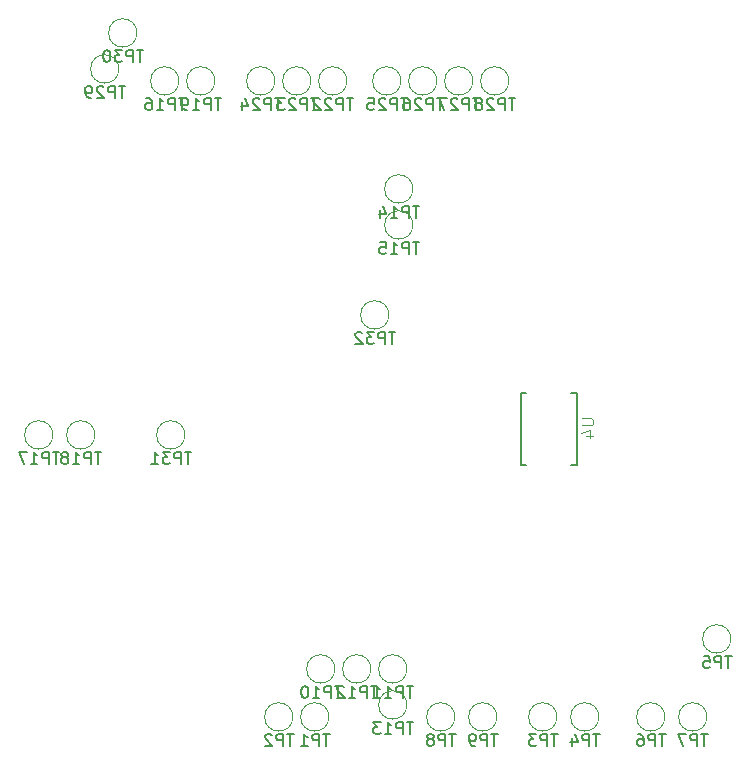
<source format=gbr>
%TF.GenerationSoftware,KiCad,Pcbnew,(5.1.8-0-10_14)*%
%TF.CreationDate,2020-12-22T15:13:40+01:00*%
%TF.ProjectId,sucker-one-mainboard,7375636b-6572-42d6-9f6e-652d6d61696e,rev?*%
%TF.SameCoordinates,Original*%
%TF.FileFunction,Legend,Bot*%
%TF.FilePolarity,Positive*%
%FSLAX46Y46*%
G04 Gerber Fmt 4.6, Leading zero omitted, Abs format (unit mm)*
G04 Created by KiCad (PCBNEW (5.1.8-0-10_14)) date 2020-12-22 15:13:40*
%MOMM*%
%LPD*%
G01*
G04 APERTURE LIST*
%ADD10C,0.120000*%
%ADD11C,0.127000*%
%ADD12C,0.150000*%
%ADD13C,0.015000*%
G04 APERTURE END LIST*
D10*
%TO.C,TP1*%
X94164000Y-110744000D02*
G75*
G03*
X94164000Y-110744000I-1200000J0D01*
G01*
%TO.C,TP2*%
X91116000Y-110744000D02*
G75*
G03*
X91116000Y-110744000I-1200000J0D01*
G01*
%TO.C,TP3*%
X113468000Y-110744000D02*
G75*
G03*
X113468000Y-110744000I-1200000J0D01*
G01*
%TO.C,TP4*%
X117024000Y-110744000D02*
G75*
G03*
X117024000Y-110744000I-1200000J0D01*
G01*
%TO.C,TP5*%
X128200000Y-104140000D02*
G75*
G03*
X128200000Y-104140000I-1200000J0D01*
G01*
%TO.C,TP6*%
X122612000Y-110744000D02*
G75*
G03*
X122612000Y-110744000I-1200000J0D01*
G01*
%TO.C,TP7*%
X126168000Y-110744000D02*
G75*
G03*
X126168000Y-110744000I-1200000J0D01*
G01*
%TO.C,TP8*%
X104832000Y-110744000D02*
G75*
G03*
X104832000Y-110744000I-1200000J0D01*
G01*
%TO.C,TP9*%
X108388000Y-110744000D02*
G75*
G03*
X108388000Y-110744000I-1200000J0D01*
G01*
%TO.C,TP10*%
X94672000Y-106680000D02*
G75*
G03*
X94672000Y-106680000I-1200000J0D01*
G01*
%TO.C,TP11*%
X100768000Y-106680000D02*
G75*
G03*
X100768000Y-106680000I-1200000J0D01*
G01*
%TO.C,TP12*%
X97720000Y-106680000D02*
G75*
G03*
X97720000Y-106680000I-1200000J0D01*
G01*
%TO.C,TP13*%
X100768000Y-109728000D02*
G75*
G03*
X100768000Y-109728000I-1200000J0D01*
G01*
%TO.C,TP14*%
X101276000Y-66040000D02*
G75*
G03*
X101276000Y-66040000I-1200000J0D01*
G01*
%TO.C,TP15*%
X101276000Y-69088000D02*
G75*
G03*
X101276000Y-69088000I-1200000J0D01*
G01*
%TO.C,TP16*%
X81464000Y-56896000D02*
G75*
G03*
X81464000Y-56896000I-1200000J0D01*
G01*
%TO.C,TP17*%
X70796000Y-86868000D02*
G75*
G03*
X70796000Y-86868000I-1200000J0D01*
G01*
%TO.C,TP18*%
X74352000Y-86868000D02*
G75*
G03*
X74352000Y-86868000I-1200000J0D01*
G01*
%TO.C,TP19*%
X84512000Y-56896000D02*
G75*
G03*
X84512000Y-56896000I-1200000J0D01*
G01*
%TO.C,TP22*%
X95688000Y-56896000D02*
G75*
G03*
X95688000Y-56896000I-1200000J0D01*
G01*
%TO.C,TP23*%
X92640000Y-56896000D02*
G75*
G03*
X92640000Y-56896000I-1200000J0D01*
G01*
%TO.C,TP24*%
X89592000Y-56896000D02*
G75*
G03*
X89592000Y-56896000I-1200000J0D01*
G01*
%TO.C,TP25*%
X100260000Y-56896000D02*
G75*
G03*
X100260000Y-56896000I-1200000J0D01*
G01*
%TO.C,TP26*%
X103308000Y-56896000D02*
G75*
G03*
X103308000Y-56896000I-1200000J0D01*
G01*
%TO.C,TP27*%
X106356000Y-56896000D02*
G75*
G03*
X106356000Y-56896000I-1200000J0D01*
G01*
%TO.C,TP28*%
X109404000Y-56896000D02*
G75*
G03*
X109404000Y-56896000I-1200000J0D01*
G01*
%TO.C,TP29*%
X76384000Y-55880000D02*
G75*
G03*
X76384000Y-55880000I-1200000J0D01*
G01*
%TO.C,TP30*%
X77908000Y-52832000D02*
G75*
G03*
X77908000Y-52832000I-1200000J0D01*
G01*
%TO.C,TP31*%
X81972000Y-86868000D02*
G75*
G03*
X81972000Y-86868000I-1200000J0D01*
G01*
%TO.C,TP32*%
X99244000Y-76708000D02*
G75*
G03*
X99244000Y-76708000I-1200000J0D01*
G01*
D11*
%TO.C,U4*%
X110401000Y-83285000D02*
X110876000Y-83285000D01*
X110401000Y-89435000D02*
X110401000Y-83285000D01*
X110876000Y-89435000D02*
X110401000Y-89435000D01*
X115151000Y-83285000D02*
X114676000Y-83285000D01*
X115151000Y-89435000D02*
X115151000Y-83285000D01*
X114676000Y-89435000D02*
X115151000Y-89435000D01*
%TO.C,TP1*%
D12*
X94225904Y-112194380D02*
X93654476Y-112194380D01*
X93940190Y-113194380D02*
X93940190Y-112194380D01*
X93321142Y-113194380D02*
X93321142Y-112194380D01*
X92940190Y-112194380D01*
X92844952Y-112242000D01*
X92797333Y-112289619D01*
X92749714Y-112384857D01*
X92749714Y-112527714D01*
X92797333Y-112622952D01*
X92844952Y-112670571D01*
X92940190Y-112718190D01*
X93321142Y-112718190D01*
X91797333Y-113194380D02*
X92368761Y-113194380D01*
X92083047Y-113194380D02*
X92083047Y-112194380D01*
X92178285Y-112337238D01*
X92273523Y-112432476D01*
X92368761Y-112480095D01*
%TO.C,TP2*%
X91177904Y-112194380D02*
X90606476Y-112194380D01*
X90892190Y-113194380D02*
X90892190Y-112194380D01*
X90273142Y-113194380D02*
X90273142Y-112194380D01*
X89892190Y-112194380D01*
X89796952Y-112242000D01*
X89749333Y-112289619D01*
X89701714Y-112384857D01*
X89701714Y-112527714D01*
X89749333Y-112622952D01*
X89796952Y-112670571D01*
X89892190Y-112718190D01*
X90273142Y-112718190D01*
X89320761Y-112289619D02*
X89273142Y-112242000D01*
X89177904Y-112194380D01*
X88939809Y-112194380D01*
X88844571Y-112242000D01*
X88796952Y-112289619D01*
X88749333Y-112384857D01*
X88749333Y-112480095D01*
X88796952Y-112622952D01*
X89368380Y-113194380D01*
X88749333Y-113194380D01*
%TO.C,TP3*%
X113529904Y-112194380D02*
X112958476Y-112194380D01*
X113244190Y-113194380D02*
X113244190Y-112194380D01*
X112625142Y-113194380D02*
X112625142Y-112194380D01*
X112244190Y-112194380D01*
X112148952Y-112242000D01*
X112101333Y-112289619D01*
X112053714Y-112384857D01*
X112053714Y-112527714D01*
X112101333Y-112622952D01*
X112148952Y-112670571D01*
X112244190Y-112718190D01*
X112625142Y-112718190D01*
X111720380Y-112194380D02*
X111101333Y-112194380D01*
X111434666Y-112575333D01*
X111291809Y-112575333D01*
X111196571Y-112622952D01*
X111148952Y-112670571D01*
X111101333Y-112765809D01*
X111101333Y-113003904D01*
X111148952Y-113099142D01*
X111196571Y-113146761D01*
X111291809Y-113194380D01*
X111577523Y-113194380D01*
X111672761Y-113146761D01*
X111720380Y-113099142D01*
%TO.C,TP4*%
X117085904Y-112194380D02*
X116514476Y-112194380D01*
X116800190Y-113194380D02*
X116800190Y-112194380D01*
X116181142Y-113194380D02*
X116181142Y-112194380D01*
X115800190Y-112194380D01*
X115704952Y-112242000D01*
X115657333Y-112289619D01*
X115609714Y-112384857D01*
X115609714Y-112527714D01*
X115657333Y-112622952D01*
X115704952Y-112670571D01*
X115800190Y-112718190D01*
X116181142Y-112718190D01*
X114752571Y-112527714D02*
X114752571Y-113194380D01*
X114990666Y-112146761D02*
X115228761Y-112861047D01*
X114609714Y-112861047D01*
%TO.C,TP5*%
X128261904Y-105590380D02*
X127690476Y-105590380D01*
X127976190Y-106590380D02*
X127976190Y-105590380D01*
X127357142Y-106590380D02*
X127357142Y-105590380D01*
X126976190Y-105590380D01*
X126880952Y-105638000D01*
X126833333Y-105685619D01*
X126785714Y-105780857D01*
X126785714Y-105923714D01*
X126833333Y-106018952D01*
X126880952Y-106066571D01*
X126976190Y-106114190D01*
X127357142Y-106114190D01*
X125880952Y-105590380D02*
X126357142Y-105590380D01*
X126404761Y-106066571D01*
X126357142Y-106018952D01*
X126261904Y-105971333D01*
X126023809Y-105971333D01*
X125928571Y-106018952D01*
X125880952Y-106066571D01*
X125833333Y-106161809D01*
X125833333Y-106399904D01*
X125880952Y-106495142D01*
X125928571Y-106542761D01*
X126023809Y-106590380D01*
X126261904Y-106590380D01*
X126357142Y-106542761D01*
X126404761Y-106495142D01*
%TO.C,TP6*%
X122673904Y-112194380D02*
X122102476Y-112194380D01*
X122388190Y-113194380D02*
X122388190Y-112194380D01*
X121769142Y-113194380D02*
X121769142Y-112194380D01*
X121388190Y-112194380D01*
X121292952Y-112242000D01*
X121245333Y-112289619D01*
X121197714Y-112384857D01*
X121197714Y-112527714D01*
X121245333Y-112622952D01*
X121292952Y-112670571D01*
X121388190Y-112718190D01*
X121769142Y-112718190D01*
X120340571Y-112194380D02*
X120531047Y-112194380D01*
X120626285Y-112242000D01*
X120673904Y-112289619D01*
X120769142Y-112432476D01*
X120816761Y-112622952D01*
X120816761Y-113003904D01*
X120769142Y-113099142D01*
X120721523Y-113146761D01*
X120626285Y-113194380D01*
X120435809Y-113194380D01*
X120340571Y-113146761D01*
X120292952Y-113099142D01*
X120245333Y-113003904D01*
X120245333Y-112765809D01*
X120292952Y-112670571D01*
X120340571Y-112622952D01*
X120435809Y-112575333D01*
X120626285Y-112575333D01*
X120721523Y-112622952D01*
X120769142Y-112670571D01*
X120816761Y-112765809D01*
%TO.C,TP7*%
X126229904Y-112194380D02*
X125658476Y-112194380D01*
X125944190Y-113194380D02*
X125944190Y-112194380D01*
X125325142Y-113194380D02*
X125325142Y-112194380D01*
X124944190Y-112194380D01*
X124848952Y-112242000D01*
X124801333Y-112289619D01*
X124753714Y-112384857D01*
X124753714Y-112527714D01*
X124801333Y-112622952D01*
X124848952Y-112670571D01*
X124944190Y-112718190D01*
X125325142Y-112718190D01*
X124420380Y-112194380D02*
X123753714Y-112194380D01*
X124182285Y-113194380D01*
%TO.C,TP8*%
X104893904Y-112194380D02*
X104322476Y-112194380D01*
X104608190Y-113194380D02*
X104608190Y-112194380D01*
X103989142Y-113194380D02*
X103989142Y-112194380D01*
X103608190Y-112194380D01*
X103512952Y-112242000D01*
X103465333Y-112289619D01*
X103417714Y-112384857D01*
X103417714Y-112527714D01*
X103465333Y-112622952D01*
X103512952Y-112670571D01*
X103608190Y-112718190D01*
X103989142Y-112718190D01*
X102846285Y-112622952D02*
X102941523Y-112575333D01*
X102989142Y-112527714D01*
X103036761Y-112432476D01*
X103036761Y-112384857D01*
X102989142Y-112289619D01*
X102941523Y-112242000D01*
X102846285Y-112194380D01*
X102655809Y-112194380D01*
X102560571Y-112242000D01*
X102512952Y-112289619D01*
X102465333Y-112384857D01*
X102465333Y-112432476D01*
X102512952Y-112527714D01*
X102560571Y-112575333D01*
X102655809Y-112622952D01*
X102846285Y-112622952D01*
X102941523Y-112670571D01*
X102989142Y-112718190D01*
X103036761Y-112813428D01*
X103036761Y-113003904D01*
X102989142Y-113099142D01*
X102941523Y-113146761D01*
X102846285Y-113194380D01*
X102655809Y-113194380D01*
X102560571Y-113146761D01*
X102512952Y-113099142D01*
X102465333Y-113003904D01*
X102465333Y-112813428D01*
X102512952Y-112718190D01*
X102560571Y-112670571D01*
X102655809Y-112622952D01*
%TO.C,TP9*%
X108449904Y-112194380D02*
X107878476Y-112194380D01*
X108164190Y-113194380D02*
X108164190Y-112194380D01*
X107545142Y-113194380D02*
X107545142Y-112194380D01*
X107164190Y-112194380D01*
X107068952Y-112242000D01*
X107021333Y-112289619D01*
X106973714Y-112384857D01*
X106973714Y-112527714D01*
X107021333Y-112622952D01*
X107068952Y-112670571D01*
X107164190Y-112718190D01*
X107545142Y-112718190D01*
X106497523Y-113194380D02*
X106307047Y-113194380D01*
X106211809Y-113146761D01*
X106164190Y-113099142D01*
X106068952Y-112956285D01*
X106021333Y-112765809D01*
X106021333Y-112384857D01*
X106068952Y-112289619D01*
X106116571Y-112242000D01*
X106211809Y-112194380D01*
X106402285Y-112194380D01*
X106497523Y-112242000D01*
X106545142Y-112289619D01*
X106592761Y-112384857D01*
X106592761Y-112622952D01*
X106545142Y-112718190D01*
X106497523Y-112765809D01*
X106402285Y-112813428D01*
X106211809Y-112813428D01*
X106116571Y-112765809D01*
X106068952Y-112718190D01*
X106021333Y-112622952D01*
%TO.C,TP10*%
X95210095Y-108130380D02*
X94638666Y-108130380D01*
X94924380Y-109130380D02*
X94924380Y-108130380D01*
X94305333Y-109130380D02*
X94305333Y-108130380D01*
X93924380Y-108130380D01*
X93829142Y-108178000D01*
X93781523Y-108225619D01*
X93733904Y-108320857D01*
X93733904Y-108463714D01*
X93781523Y-108558952D01*
X93829142Y-108606571D01*
X93924380Y-108654190D01*
X94305333Y-108654190D01*
X92781523Y-109130380D02*
X93352952Y-109130380D01*
X93067238Y-109130380D02*
X93067238Y-108130380D01*
X93162476Y-108273238D01*
X93257714Y-108368476D01*
X93352952Y-108416095D01*
X92162476Y-108130380D02*
X92067238Y-108130380D01*
X91972000Y-108178000D01*
X91924380Y-108225619D01*
X91876761Y-108320857D01*
X91829142Y-108511333D01*
X91829142Y-108749428D01*
X91876761Y-108939904D01*
X91924380Y-109035142D01*
X91972000Y-109082761D01*
X92067238Y-109130380D01*
X92162476Y-109130380D01*
X92257714Y-109082761D01*
X92305333Y-109035142D01*
X92352952Y-108939904D01*
X92400571Y-108749428D01*
X92400571Y-108511333D01*
X92352952Y-108320857D01*
X92305333Y-108225619D01*
X92257714Y-108178000D01*
X92162476Y-108130380D01*
%TO.C,TP11*%
X101306095Y-108130380D02*
X100734666Y-108130380D01*
X101020380Y-109130380D02*
X101020380Y-108130380D01*
X100401333Y-109130380D02*
X100401333Y-108130380D01*
X100020380Y-108130380D01*
X99925142Y-108178000D01*
X99877523Y-108225619D01*
X99829904Y-108320857D01*
X99829904Y-108463714D01*
X99877523Y-108558952D01*
X99925142Y-108606571D01*
X100020380Y-108654190D01*
X100401333Y-108654190D01*
X98877523Y-109130380D02*
X99448952Y-109130380D01*
X99163238Y-109130380D02*
X99163238Y-108130380D01*
X99258476Y-108273238D01*
X99353714Y-108368476D01*
X99448952Y-108416095D01*
X97925142Y-109130380D02*
X98496571Y-109130380D01*
X98210857Y-109130380D02*
X98210857Y-108130380D01*
X98306095Y-108273238D01*
X98401333Y-108368476D01*
X98496571Y-108416095D01*
%TO.C,TP12*%
X98258095Y-108130380D02*
X97686666Y-108130380D01*
X97972380Y-109130380D02*
X97972380Y-108130380D01*
X97353333Y-109130380D02*
X97353333Y-108130380D01*
X96972380Y-108130380D01*
X96877142Y-108178000D01*
X96829523Y-108225619D01*
X96781904Y-108320857D01*
X96781904Y-108463714D01*
X96829523Y-108558952D01*
X96877142Y-108606571D01*
X96972380Y-108654190D01*
X97353333Y-108654190D01*
X95829523Y-109130380D02*
X96400952Y-109130380D01*
X96115238Y-109130380D02*
X96115238Y-108130380D01*
X96210476Y-108273238D01*
X96305714Y-108368476D01*
X96400952Y-108416095D01*
X95448571Y-108225619D02*
X95400952Y-108178000D01*
X95305714Y-108130380D01*
X95067619Y-108130380D01*
X94972380Y-108178000D01*
X94924761Y-108225619D01*
X94877142Y-108320857D01*
X94877142Y-108416095D01*
X94924761Y-108558952D01*
X95496190Y-109130380D01*
X94877142Y-109130380D01*
%TO.C,TP13*%
X101306095Y-111178380D02*
X100734666Y-111178380D01*
X101020380Y-112178380D02*
X101020380Y-111178380D01*
X100401333Y-112178380D02*
X100401333Y-111178380D01*
X100020380Y-111178380D01*
X99925142Y-111226000D01*
X99877523Y-111273619D01*
X99829904Y-111368857D01*
X99829904Y-111511714D01*
X99877523Y-111606952D01*
X99925142Y-111654571D01*
X100020380Y-111702190D01*
X100401333Y-111702190D01*
X98877523Y-112178380D02*
X99448952Y-112178380D01*
X99163238Y-112178380D02*
X99163238Y-111178380D01*
X99258476Y-111321238D01*
X99353714Y-111416476D01*
X99448952Y-111464095D01*
X98544190Y-111178380D02*
X97925142Y-111178380D01*
X98258476Y-111559333D01*
X98115619Y-111559333D01*
X98020380Y-111606952D01*
X97972761Y-111654571D01*
X97925142Y-111749809D01*
X97925142Y-111987904D01*
X97972761Y-112083142D01*
X98020380Y-112130761D01*
X98115619Y-112178380D01*
X98401333Y-112178380D01*
X98496571Y-112130761D01*
X98544190Y-112083142D01*
%TO.C,TP14*%
X101814095Y-67490380D02*
X101242666Y-67490380D01*
X101528380Y-68490380D02*
X101528380Y-67490380D01*
X100909333Y-68490380D02*
X100909333Y-67490380D01*
X100528380Y-67490380D01*
X100433142Y-67538000D01*
X100385523Y-67585619D01*
X100337904Y-67680857D01*
X100337904Y-67823714D01*
X100385523Y-67918952D01*
X100433142Y-67966571D01*
X100528380Y-68014190D01*
X100909333Y-68014190D01*
X99385523Y-68490380D02*
X99956952Y-68490380D01*
X99671238Y-68490380D02*
X99671238Y-67490380D01*
X99766476Y-67633238D01*
X99861714Y-67728476D01*
X99956952Y-67776095D01*
X98528380Y-67823714D02*
X98528380Y-68490380D01*
X98766476Y-67442761D02*
X99004571Y-68157047D01*
X98385523Y-68157047D01*
%TO.C,TP15*%
X101814095Y-70538380D02*
X101242666Y-70538380D01*
X101528380Y-71538380D02*
X101528380Y-70538380D01*
X100909333Y-71538380D02*
X100909333Y-70538380D01*
X100528380Y-70538380D01*
X100433142Y-70586000D01*
X100385523Y-70633619D01*
X100337904Y-70728857D01*
X100337904Y-70871714D01*
X100385523Y-70966952D01*
X100433142Y-71014571D01*
X100528380Y-71062190D01*
X100909333Y-71062190D01*
X99385523Y-71538380D02*
X99956952Y-71538380D01*
X99671238Y-71538380D02*
X99671238Y-70538380D01*
X99766476Y-70681238D01*
X99861714Y-70776476D01*
X99956952Y-70824095D01*
X98480761Y-70538380D02*
X98956952Y-70538380D01*
X99004571Y-71014571D01*
X98956952Y-70966952D01*
X98861714Y-70919333D01*
X98623619Y-70919333D01*
X98528380Y-70966952D01*
X98480761Y-71014571D01*
X98433142Y-71109809D01*
X98433142Y-71347904D01*
X98480761Y-71443142D01*
X98528380Y-71490761D01*
X98623619Y-71538380D01*
X98861714Y-71538380D01*
X98956952Y-71490761D01*
X99004571Y-71443142D01*
%TO.C,TP16*%
X82002095Y-58346380D02*
X81430666Y-58346380D01*
X81716380Y-59346380D02*
X81716380Y-58346380D01*
X81097333Y-59346380D02*
X81097333Y-58346380D01*
X80716380Y-58346380D01*
X80621142Y-58394000D01*
X80573523Y-58441619D01*
X80525904Y-58536857D01*
X80525904Y-58679714D01*
X80573523Y-58774952D01*
X80621142Y-58822571D01*
X80716380Y-58870190D01*
X81097333Y-58870190D01*
X79573523Y-59346380D02*
X80144952Y-59346380D01*
X79859238Y-59346380D02*
X79859238Y-58346380D01*
X79954476Y-58489238D01*
X80049714Y-58584476D01*
X80144952Y-58632095D01*
X78716380Y-58346380D02*
X78906857Y-58346380D01*
X79002095Y-58394000D01*
X79049714Y-58441619D01*
X79144952Y-58584476D01*
X79192571Y-58774952D01*
X79192571Y-59155904D01*
X79144952Y-59251142D01*
X79097333Y-59298761D01*
X79002095Y-59346380D01*
X78811619Y-59346380D01*
X78716380Y-59298761D01*
X78668761Y-59251142D01*
X78621142Y-59155904D01*
X78621142Y-58917809D01*
X78668761Y-58822571D01*
X78716380Y-58774952D01*
X78811619Y-58727333D01*
X79002095Y-58727333D01*
X79097333Y-58774952D01*
X79144952Y-58822571D01*
X79192571Y-58917809D01*
%TO.C,TP17*%
X71334095Y-88318380D02*
X70762666Y-88318380D01*
X71048380Y-89318380D02*
X71048380Y-88318380D01*
X70429333Y-89318380D02*
X70429333Y-88318380D01*
X70048380Y-88318380D01*
X69953142Y-88366000D01*
X69905523Y-88413619D01*
X69857904Y-88508857D01*
X69857904Y-88651714D01*
X69905523Y-88746952D01*
X69953142Y-88794571D01*
X70048380Y-88842190D01*
X70429333Y-88842190D01*
X68905523Y-89318380D02*
X69476952Y-89318380D01*
X69191238Y-89318380D02*
X69191238Y-88318380D01*
X69286476Y-88461238D01*
X69381714Y-88556476D01*
X69476952Y-88604095D01*
X68572190Y-88318380D02*
X67905523Y-88318380D01*
X68334095Y-89318380D01*
%TO.C,TP18*%
X74890095Y-88318380D02*
X74318666Y-88318380D01*
X74604380Y-89318380D02*
X74604380Y-88318380D01*
X73985333Y-89318380D02*
X73985333Y-88318380D01*
X73604380Y-88318380D01*
X73509142Y-88366000D01*
X73461523Y-88413619D01*
X73413904Y-88508857D01*
X73413904Y-88651714D01*
X73461523Y-88746952D01*
X73509142Y-88794571D01*
X73604380Y-88842190D01*
X73985333Y-88842190D01*
X72461523Y-89318380D02*
X73032952Y-89318380D01*
X72747238Y-89318380D02*
X72747238Y-88318380D01*
X72842476Y-88461238D01*
X72937714Y-88556476D01*
X73032952Y-88604095D01*
X71890095Y-88746952D02*
X71985333Y-88699333D01*
X72032952Y-88651714D01*
X72080571Y-88556476D01*
X72080571Y-88508857D01*
X72032952Y-88413619D01*
X71985333Y-88366000D01*
X71890095Y-88318380D01*
X71699619Y-88318380D01*
X71604380Y-88366000D01*
X71556761Y-88413619D01*
X71509142Y-88508857D01*
X71509142Y-88556476D01*
X71556761Y-88651714D01*
X71604380Y-88699333D01*
X71699619Y-88746952D01*
X71890095Y-88746952D01*
X71985333Y-88794571D01*
X72032952Y-88842190D01*
X72080571Y-88937428D01*
X72080571Y-89127904D01*
X72032952Y-89223142D01*
X71985333Y-89270761D01*
X71890095Y-89318380D01*
X71699619Y-89318380D01*
X71604380Y-89270761D01*
X71556761Y-89223142D01*
X71509142Y-89127904D01*
X71509142Y-88937428D01*
X71556761Y-88842190D01*
X71604380Y-88794571D01*
X71699619Y-88746952D01*
%TO.C,TP19*%
X85050095Y-58346380D02*
X84478666Y-58346380D01*
X84764380Y-59346380D02*
X84764380Y-58346380D01*
X84145333Y-59346380D02*
X84145333Y-58346380D01*
X83764380Y-58346380D01*
X83669142Y-58394000D01*
X83621523Y-58441619D01*
X83573904Y-58536857D01*
X83573904Y-58679714D01*
X83621523Y-58774952D01*
X83669142Y-58822571D01*
X83764380Y-58870190D01*
X84145333Y-58870190D01*
X82621523Y-59346380D02*
X83192952Y-59346380D01*
X82907238Y-59346380D02*
X82907238Y-58346380D01*
X83002476Y-58489238D01*
X83097714Y-58584476D01*
X83192952Y-58632095D01*
X82145333Y-59346380D02*
X81954857Y-59346380D01*
X81859619Y-59298761D01*
X81812000Y-59251142D01*
X81716761Y-59108285D01*
X81669142Y-58917809D01*
X81669142Y-58536857D01*
X81716761Y-58441619D01*
X81764380Y-58394000D01*
X81859619Y-58346380D01*
X82050095Y-58346380D01*
X82145333Y-58394000D01*
X82192952Y-58441619D01*
X82240571Y-58536857D01*
X82240571Y-58774952D01*
X82192952Y-58870190D01*
X82145333Y-58917809D01*
X82050095Y-58965428D01*
X81859619Y-58965428D01*
X81764380Y-58917809D01*
X81716761Y-58870190D01*
X81669142Y-58774952D01*
%TO.C,TP22*%
X96226095Y-58346380D02*
X95654666Y-58346380D01*
X95940380Y-59346380D02*
X95940380Y-58346380D01*
X95321333Y-59346380D02*
X95321333Y-58346380D01*
X94940380Y-58346380D01*
X94845142Y-58394000D01*
X94797523Y-58441619D01*
X94749904Y-58536857D01*
X94749904Y-58679714D01*
X94797523Y-58774952D01*
X94845142Y-58822571D01*
X94940380Y-58870190D01*
X95321333Y-58870190D01*
X94368952Y-58441619D02*
X94321333Y-58394000D01*
X94226095Y-58346380D01*
X93988000Y-58346380D01*
X93892761Y-58394000D01*
X93845142Y-58441619D01*
X93797523Y-58536857D01*
X93797523Y-58632095D01*
X93845142Y-58774952D01*
X94416571Y-59346380D01*
X93797523Y-59346380D01*
X93416571Y-58441619D02*
X93368952Y-58394000D01*
X93273714Y-58346380D01*
X93035619Y-58346380D01*
X92940380Y-58394000D01*
X92892761Y-58441619D01*
X92845142Y-58536857D01*
X92845142Y-58632095D01*
X92892761Y-58774952D01*
X93464190Y-59346380D01*
X92845142Y-59346380D01*
%TO.C,TP23*%
X93178095Y-58346380D02*
X92606666Y-58346380D01*
X92892380Y-59346380D02*
X92892380Y-58346380D01*
X92273333Y-59346380D02*
X92273333Y-58346380D01*
X91892380Y-58346380D01*
X91797142Y-58394000D01*
X91749523Y-58441619D01*
X91701904Y-58536857D01*
X91701904Y-58679714D01*
X91749523Y-58774952D01*
X91797142Y-58822571D01*
X91892380Y-58870190D01*
X92273333Y-58870190D01*
X91320952Y-58441619D02*
X91273333Y-58394000D01*
X91178095Y-58346380D01*
X90940000Y-58346380D01*
X90844761Y-58394000D01*
X90797142Y-58441619D01*
X90749523Y-58536857D01*
X90749523Y-58632095D01*
X90797142Y-58774952D01*
X91368571Y-59346380D01*
X90749523Y-59346380D01*
X90416190Y-58346380D02*
X89797142Y-58346380D01*
X90130476Y-58727333D01*
X89987619Y-58727333D01*
X89892380Y-58774952D01*
X89844761Y-58822571D01*
X89797142Y-58917809D01*
X89797142Y-59155904D01*
X89844761Y-59251142D01*
X89892380Y-59298761D01*
X89987619Y-59346380D01*
X90273333Y-59346380D01*
X90368571Y-59298761D01*
X90416190Y-59251142D01*
%TO.C,TP24*%
X90130095Y-58346380D02*
X89558666Y-58346380D01*
X89844380Y-59346380D02*
X89844380Y-58346380D01*
X89225333Y-59346380D02*
X89225333Y-58346380D01*
X88844380Y-58346380D01*
X88749142Y-58394000D01*
X88701523Y-58441619D01*
X88653904Y-58536857D01*
X88653904Y-58679714D01*
X88701523Y-58774952D01*
X88749142Y-58822571D01*
X88844380Y-58870190D01*
X89225333Y-58870190D01*
X88272952Y-58441619D02*
X88225333Y-58394000D01*
X88130095Y-58346380D01*
X87892000Y-58346380D01*
X87796761Y-58394000D01*
X87749142Y-58441619D01*
X87701523Y-58536857D01*
X87701523Y-58632095D01*
X87749142Y-58774952D01*
X88320571Y-59346380D01*
X87701523Y-59346380D01*
X86844380Y-58679714D02*
X86844380Y-59346380D01*
X87082476Y-58298761D02*
X87320571Y-59013047D01*
X86701523Y-59013047D01*
%TO.C,TP25*%
X100798095Y-58346380D02*
X100226666Y-58346380D01*
X100512380Y-59346380D02*
X100512380Y-58346380D01*
X99893333Y-59346380D02*
X99893333Y-58346380D01*
X99512380Y-58346380D01*
X99417142Y-58394000D01*
X99369523Y-58441619D01*
X99321904Y-58536857D01*
X99321904Y-58679714D01*
X99369523Y-58774952D01*
X99417142Y-58822571D01*
X99512380Y-58870190D01*
X99893333Y-58870190D01*
X98940952Y-58441619D02*
X98893333Y-58394000D01*
X98798095Y-58346380D01*
X98560000Y-58346380D01*
X98464761Y-58394000D01*
X98417142Y-58441619D01*
X98369523Y-58536857D01*
X98369523Y-58632095D01*
X98417142Y-58774952D01*
X98988571Y-59346380D01*
X98369523Y-59346380D01*
X97464761Y-58346380D02*
X97940952Y-58346380D01*
X97988571Y-58822571D01*
X97940952Y-58774952D01*
X97845714Y-58727333D01*
X97607619Y-58727333D01*
X97512380Y-58774952D01*
X97464761Y-58822571D01*
X97417142Y-58917809D01*
X97417142Y-59155904D01*
X97464761Y-59251142D01*
X97512380Y-59298761D01*
X97607619Y-59346380D01*
X97845714Y-59346380D01*
X97940952Y-59298761D01*
X97988571Y-59251142D01*
%TO.C,TP26*%
X103846095Y-58346380D02*
X103274666Y-58346380D01*
X103560380Y-59346380D02*
X103560380Y-58346380D01*
X102941333Y-59346380D02*
X102941333Y-58346380D01*
X102560380Y-58346380D01*
X102465142Y-58394000D01*
X102417523Y-58441619D01*
X102369904Y-58536857D01*
X102369904Y-58679714D01*
X102417523Y-58774952D01*
X102465142Y-58822571D01*
X102560380Y-58870190D01*
X102941333Y-58870190D01*
X101988952Y-58441619D02*
X101941333Y-58394000D01*
X101846095Y-58346380D01*
X101608000Y-58346380D01*
X101512761Y-58394000D01*
X101465142Y-58441619D01*
X101417523Y-58536857D01*
X101417523Y-58632095D01*
X101465142Y-58774952D01*
X102036571Y-59346380D01*
X101417523Y-59346380D01*
X100560380Y-58346380D02*
X100750857Y-58346380D01*
X100846095Y-58394000D01*
X100893714Y-58441619D01*
X100988952Y-58584476D01*
X101036571Y-58774952D01*
X101036571Y-59155904D01*
X100988952Y-59251142D01*
X100941333Y-59298761D01*
X100846095Y-59346380D01*
X100655619Y-59346380D01*
X100560380Y-59298761D01*
X100512761Y-59251142D01*
X100465142Y-59155904D01*
X100465142Y-58917809D01*
X100512761Y-58822571D01*
X100560380Y-58774952D01*
X100655619Y-58727333D01*
X100846095Y-58727333D01*
X100941333Y-58774952D01*
X100988952Y-58822571D01*
X101036571Y-58917809D01*
%TO.C,TP27*%
X106894095Y-58346380D02*
X106322666Y-58346380D01*
X106608380Y-59346380D02*
X106608380Y-58346380D01*
X105989333Y-59346380D02*
X105989333Y-58346380D01*
X105608380Y-58346380D01*
X105513142Y-58394000D01*
X105465523Y-58441619D01*
X105417904Y-58536857D01*
X105417904Y-58679714D01*
X105465523Y-58774952D01*
X105513142Y-58822571D01*
X105608380Y-58870190D01*
X105989333Y-58870190D01*
X105036952Y-58441619D02*
X104989333Y-58394000D01*
X104894095Y-58346380D01*
X104656000Y-58346380D01*
X104560761Y-58394000D01*
X104513142Y-58441619D01*
X104465523Y-58536857D01*
X104465523Y-58632095D01*
X104513142Y-58774952D01*
X105084571Y-59346380D01*
X104465523Y-59346380D01*
X104132190Y-58346380D02*
X103465523Y-58346380D01*
X103894095Y-59346380D01*
%TO.C,TP28*%
X109942095Y-58346380D02*
X109370666Y-58346380D01*
X109656380Y-59346380D02*
X109656380Y-58346380D01*
X109037333Y-59346380D02*
X109037333Y-58346380D01*
X108656380Y-58346380D01*
X108561142Y-58394000D01*
X108513523Y-58441619D01*
X108465904Y-58536857D01*
X108465904Y-58679714D01*
X108513523Y-58774952D01*
X108561142Y-58822571D01*
X108656380Y-58870190D01*
X109037333Y-58870190D01*
X108084952Y-58441619D02*
X108037333Y-58394000D01*
X107942095Y-58346380D01*
X107704000Y-58346380D01*
X107608761Y-58394000D01*
X107561142Y-58441619D01*
X107513523Y-58536857D01*
X107513523Y-58632095D01*
X107561142Y-58774952D01*
X108132571Y-59346380D01*
X107513523Y-59346380D01*
X106942095Y-58774952D02*
X107037333Y-58727333D01*
X107084952Y-58679714D01*
X107132571Y-58584476D01*
X107132571Y-58536857D01*
X107084952Y-58441619D01*
X107037333Y-58394000D01*
X106942095Y-58346380D01*
X106751619Y-58346380D01*
X106656380Y-58394000D01*
X106608761Y-58441619D01*
X106561142Y-58536857D01*
X106561142Y-58584476D01*
X106608761Y-58679714D01*
X106656380Y-58727333D01*
X106751619Y-58774952D01*
X106942095Y-58774952D01*
X107037333Y-58822571D01*
X107084952Y-58870190D01*
X107132571Y-58965428D01*
X107132571Y-59155904D01*
X107084952Y-59251142D01*
X107037333Y-59298761D01*
X106942095Y-59346380D01*
X106751619Y-59346380D01*
X106656380Y-59298761D01*
X106608761Y-59251142D01*
X106561142Y-59155904D01*
X106561142Y-58965428D01*
X106608761Y-58870190D01*
X106656380Y-58822571D01*
X106751619Y-58774952D01*
%TO.C,TP29*%
X76922095Y-57330380D02*
X76350666Y-57330380D01*
X76636380Y-58330380D02*
X76636380Y-57330380D01*
X76017333Y-58330380D02*
X76017333Y-57330380D01*
X75636380Y-57330380D01*
X75541142Y-57378000D01*
X75493523Y-57425619D01*
X75445904Y-57520857D01*
X75445904Y-57663714D01*
X75493523Y-57758952D01*
X75541142Y-57806571D01*
X75636380Y-57854190D01*
X76017333Y-57854190D01*
X75064952Y-57425619D02*
X75017333Y-57378000D01*
X74922095Y-57330380D01*
X74684000Y-57330380D01*
X74588761Y-57378000D01*
X74541142Y-57425619D01*
X74493523Y-57520857D01*
X74493523Y-57616095D01*
X74541142Y-57758952D01*
X75112571Y-58330380D01*
X74493523Y-58330380D01*
X74017333Y-58330380D02*
X73826857Y-58330380D01*
X73731619Y-58282761D01*
X73684000Y-58235142D01*
X73588761Y-58092285D01*
X73541142Y-57901809D01*
X73541142Y-57520857D01*
X73588761Y-57425619D01*
X73636380Y-57378000D01*
X73731619Y-57330380D01*
X73922095Y-57330380D01*
X74017333Y-57378000D01*
X74064952Y-57425619D01*
X74112571Y-57520857D01*
X74112571Y-57758952D01*
X74064952Y-57854190D01*
X74017333Y-57901809D01*
X73922095Y-57949428D01*
X73731619Y-57949428D01*
X73636380Y-57901809D01*
X73588761Y-57854190D01*
X73541142Y-57758952D01*
%TO.C,TP30*%
X78446095Y-54282380D02*
X77874666Y-54282380D01*
X78160380Y-55282380D02*
X78160380Y-54282380D01*
X77541333Y-55282380D02*
X77541333Y-54282380D01*
X77160380Y-54282380D01*
X77065142Y-54330000D01*
X77017523Y-54377619D01*
X76969904Y-54472857D01*
X76969904Y-54615714D01*
X77017523Y-54710952D01*
X77065142Y-54758571D01*
X77160380Y-54806190D01*
X77541333Y-54806190D01*
X76636571Y-54282380D02*
X76017523Y-54282380D01*
X76350857Y-54663333D01*
X76208000Y-54663333D01*
X76112761Y-54710952D01*
X76065142Y-54758571D01*
X76017523Y-54853809D01*
X76017523Y-55091904D01*
X76065142Y-55187142D01*
X76112761Y-55234761D01*
X76208000Y-55282380D01*
X76493714Y-55282380D01*
X76588952Y-55234761D01*
X76636571Y-55187142D01*
X75398476Y-54282380D02*
X75303238Y-54282380D01*
X75208000Y-54330000D01*
X75160380Y-54377619D01*
X75112761Y-54472857D01*
X75065142Y-54663333D01*
X75065142Y-54901428D01*
X75112761Y-55091904D01*
X75160380Y-55187142D01*
X75208000Y-55234761D01*
X75303238Y-55282380D01*
X75398476Y-55282380D01*
X75493714Y-55234761D01*
X75541333Y-55187142D01*
X75588952Y-55091904D01*
X75636571Y-54901428D01*
X75636571Y-54663333D01*
X75588952Y-54472857D01*
X75541333Y-54377619D01*
X75493714Y-54330000D01*
X75398476Y-54282380D01*
%TO.C,TP31*%
X82510095Y-88318380D02*
X81938666Y-88318380D01*
X82224380Y-89318380D02*
X82224380Y-88318380D01*
X81605333Y-89318380D02*
X81605333Y-88318380D01*
X81224380Y-88318380D01*
X81129142Y-88366000D01*
X81081523Y-88413619D01*
X81033904Y-88508857D01*
X81033904Y-88651714D01*
X81081523Y-88746952D01*
X81129142Y-88794571D01*
X81224380Y-88842190D01*
X81605333Y-88842190D01*
X80700571Y-88318380D02*
X80081523Y-88318380D01*
X80414857Y-88699333D01*
X80272000Y-88699333D01*
X80176761Y-88746952D01*
X80129142Y-88794571D01*
X80081523Y-88889809D01*
X80081523Y-89127904D01*
X80129142Y-89223142D01*
X80176761Y-89270761D01*
X80272000Y-89318380D01*
X80557714Y-89318380D01*
X80652952Y-89270761D01*
X80700571Y-89223142D01*
X79129142Y-89318380D02*
X79700571Y-89318380D01*
X79414857Y-89318380D02*
X79414857Y-88318380D01*
X79510095Y-88461238D01*
X79605333Y-88556476D01*
X79700571Y-88604095D01*
%TO.C,TP32*%
X99782095Y-78158380D02*
X99210666Y-78158380D01*
X99496380Y-79158380D02*
X99496380Y-78158380D01*
X98877333Y-79158380D02*
X98877333Y-78158380D01*
X98496380Y-78158380D01*
X98401142Y-78206000D01*
X98353523Y-78253619D01*
X98305904Y-78348857D01*
X98305904Y-78491714D01*
X98353523Y-78586952D01*
X98401142Y-78634571D01*
X98496380Y-78682190D01*
X98877333Y-78682190D01*
X97972571Y-78158380D02*
X97353523Y-78158380D01*
X97686857Y-78539333D01*
X97544000Y-78539333D01*
X97448761Y-78586952D01*
X97401142Y-78634571D01*
X97353523Y-78729809D01*
X97353523Y-78967904D01*
X97401142Y-79063142D01*
X97448761Y-79110761D01*
X97544000Y-79158380D01*
X97829714Y-79158380D01*
X97924952Y-79110761D01*
X97972571Y-79063142D01*
X96972571Y-78253619D02*
X96924952Y-78206000D01*
X96829714Y-78158380D01*
X96591619Y-78158380D01*
X96496380Y-78206000D01*
X96448761Y-78253619D01*
X96401142Y-78348857D01*
X96401142Y-78444095D01*
X96448761Y-78586952D01*
X97020190Y-79158380D01*
X96401142Y-79158380D01*
%TO.C,U4*%
D13*
X115563803Y-85472965D02*
X116373449Y-85472965D01*
X116468701Y-85520592D01*
X116516327Y-85568218D01*
X116563953Y-85663470D01*
X116563953Y-85853975D01*
X116516327Y-85949227D01*
X116468701Y-85996854D01*
X116373449Y-86044480D01*
X115563803Y-86044480D01*
X115897187Y-86949377D02*
X116563953Y-86949377D01*
X115516177Y-86711246D02*
X116230570Y-86473115D01*
X116230570Y-87092256D01*
%TD*%
M02*

</source>
